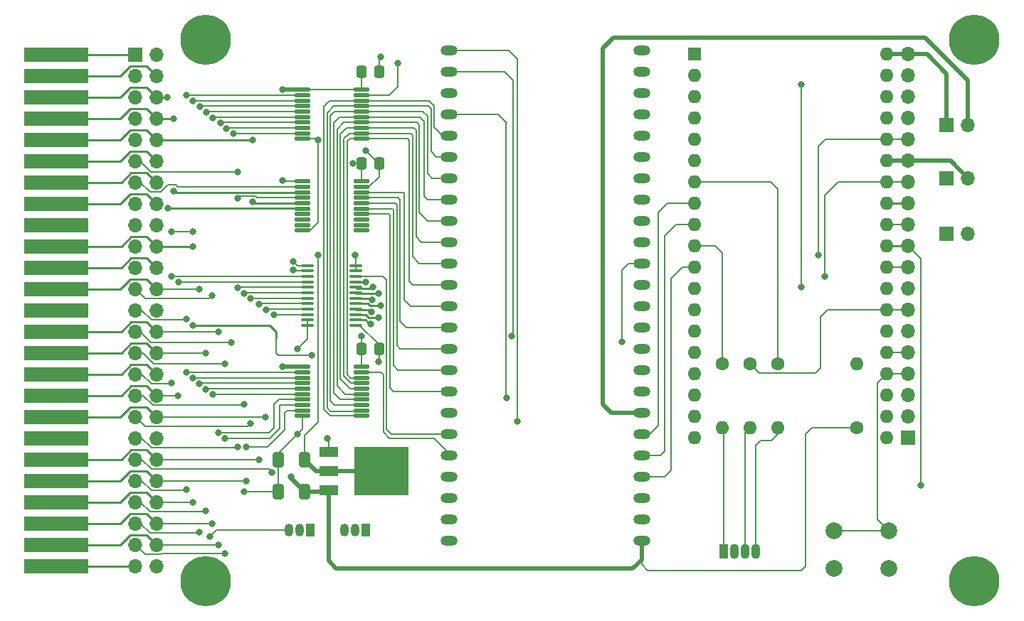
<source format=gbr>
%TF.GenerationSoftware,KiCad,Pcbnew,(6.0.7)*%
%TF.CreationDate,2022-08-24T05:19:48-07:00*%
%TF.ProjectId,TRS-IO-M1,5452532d-494f-42d4-9d31-2e6b69636164,rev?*%
%TF.SameCoordinates,Original*%
%TF.FileFunction,Copper,L1,Top*%
%TF.FilePolarity,Positive*%
%FSLAX46Y46*%
G04 Gerber Fmt 4.6, Leading zero omitted, Abs format (unit mm)*
G04 Created by KiCad (PCBNEW (6.0.7)) date 2022-08-24 05:19:48*
%MOMM*%
%LPD*%
G01*
G04 APERTURE LIST*
G04 Aperture macros list*
%AMRoundRect*
0 Rectangle with rounded corners*
0 $1 Rounding radius*
0 $2 $3 $4 $5 $6 $7 $8 $9 X,Y pos of 4 corners*
0 Add a 4 corners polygon primitive as box body*
4,1,4,$2,$3,$4,$5,$6,$7,$8,$9,$2,$3,0*
0 Add four circle primitives for the rounded corners*
1,1,$1+$1,$2,$3*
1,1,$1+$1,$4,$5*
1,1,$1+$1,$6,$7*
1,1,$1+$1,$8,$9*
0 Add four rect primitives between the rounded corners*
20,1,$1+$1,$2,$3,$4,$5,0*
20,1,$1+$1,$4,$5,$6,$7,0*
20,1,$1+$1,$6,$7,$8,$9,0*
20,1,$1+$1,$8,$9,$2,$3,0*%
G04 Aperture macros list end*
%TA.AperFunction,ComponentPad*%
%ADD10R,1.700000X1.700000*%
%TD*%
%TA.AperFunction,ComponentPad*%
%ADD11O,1.700000X1.700000*%
%TD*%
%TA.AperFunction,ComponentPad*%
%ADD12C,6.000000*%
%TD*%
%TA.AperFunction,ComponentPad*%
%ADD13C,0.800000*%
%TD*%
%TA.AperFunction,ComponentPad*%
%ADD14C,1.600000*%
%TD*%
%TA.AperFunction,ComponentPad*%
%ADD15O,1.600000X1.600000*%
%TD*%
%TA.AperFunction,SMDPad,CuDef*%
%ADD16RoundRect,0.250000X-0.337500X-0.475000X0.337500X-0.475000X0.337500X0.475000X-0.337500X0.475000X0*%
%TD*%
%TA.AperFunction,ComponentPad*%
%ADD17O,2.000000X1.200000*%
%TD*%
%TA.AperFunction,SMDPad,CuDef*%
%ADD18RoundRect,0.100000X-0.637500X-0.100000X0.637500X-0.100000X0.637500X0.100000X-0.637500X0.100000X0*%
%TD*%
%TA.AperFunction,ComponentPad*%
%ADD19R,1.050000X1.500000*%
%TD*%
%TA.AperFunction,ComponentPad*%
%ADD20O,1.050000X1.500000*%
%TD*%
%TA.AperFunction,SMDPad,CuDef*%
%ADD21R,2.200000X1.200000*%
%TD*%
%TA.AperFunction,SMDPad,CuDef*%
%ADD22R,6.400000X5.800000*%
%TD*%
%TA.AperFunction,ComponentPad*%
%ADD23R,1.600000X1.600000*%
%TD*%
%TA.AperFunction,ConnectorPad*%
%ADD24R,7.620000X1.778000*%
%TD*%
%TA.AperFunction,SMDPad,CuDef*%
%ADD25RoundRect,0.250000X0.412500X0.650000X-0.412500X0.650000X-0.412500X-0.650000X0.412500X-0.650000X0*%
%TD*%
%TA.AperFunction,SMDPad,CuDef*%
%ADD26RoundRect,0.125000X-0.825000X-0.125000X0.825000X-0.125000X0.825000X0.125000X-0.825000X0.125000X0*%
%TD*%
%TA.AperFunction,ComponentPad*%
%ADD27R,1.070000X1.800000*%
%TD*%
%TA.AperFunction,ComponentPad*%
%ADD28O,1.070000X1.800000*%
%TD*%
%TA.AperFunction,ComponentPad*%
%ADD29C,2.000000*%
%TD*%
%TA.AperFunction,ViaPad*%
%ADD30C,0.800000*%
%TD*%
%TA.AperFunction,Conductor*%
%ADD31C,0.500380*%
%TD*%
%TA.AperFunction,Conductor*%
%ADD32C,0.200000*%
%TD*%
%TA.AperFunction,Conductor*%
%ADD33C,0.250000*%
%TD*%
G04 APERTURE END LIST*
D10*
%TO.P,J6,1,Pin_1*%
%TO.N,unconnected-(J6-Pad1)*%
X208280000Y-108400000D03*
D11*
%TO.P,J6,2,Pin_2*%
%TO.N,unconnected-(J6-Pad2)*%
X208280000Y-105860000D03*
%TO.P,J6,3,Pin_3*%
%TO.N,unconnected-(J6-Pad3)*%
X208280000Y-103320000D03*
%TO.P,J6,4,Pin_4*%
%TO.N,BUTTON*%
X208280000Y-100780000D03*
%TO.P,J6,5,Pin_5*%
%TO.N,REQ*%
X208280000Y-98240000D03*
%TO.P,J6,6,Pin_6*%
%TO.N,unconnected-(J6-Pad6)*%
X208280000Y-95700000D03*
%TO.P,J6,7,Pin_7*%
%TO.N,LED_BLUE*%
X208280000Y-93160000D03*
%TO.P,J6,8,Pin_8*%
%TO.N,FULL_ADDR*%
X208280000Y-90620000D03*
%TO.P,J6,9,Pin_9*%
%TO.N,SCK*%
X208280000Y-88080000D03*
%TO.P,J6,10,Pin_10*%
%TO.N,CS_FPGA*%
X208280000Y-85540000D03*
%TO.P,J6,11,Pin_11*%
%TO.N,DONE*%
X208280000Y-83000000D03*
%TO.P,J6,12,Pin_12*%
%TO.N,AA2_10*%
X208280000Y-80460000D03*
%TO.P,J6,13,Pin_13*%
%TO.N,AA0_9*%
X208280000Y-77920000D03*
%TO.P,J6,14,Pin_14*%
%TO.N,GND*%
X208280000Y-75380000D03*
%TO.P,J6,15,Pin_15*%
%TO.N,AA1_8*%
X208280000Y-72840000D03*
%TO.P,J6,16,Pin_16*%
%TO.N,unconnected-(J6-Pad16)*%
X208280000Y-70300000D03*
%TO.P,J6,17,Pin_17*%
%TO.N,unconnected-(J6-Pad17)*%
X208280000Y-67760000D03*
%TO.P,J6,18,Pin_18*%
%TO.N,unconnected-(J6-Pad18)*%
X208280000Y-65220000D03*
%TO.P,J6,19,Pin_19*%
%TO.N,+5V*%
X208280000Y-62680000D03*
%TD*%
D12*
%TO.P,H1,1*%
%TO.N,N/C*%
X124714000Y-60960000D03*
D13*
X126304990Y-62550990D03*
X123123010Y-59369010D03*
X126964000Y-60960000D03*
X124714000Y-58710000D03*
X122464000Y-60960000D03*
X124714000Y-63210000D03*
X126304990Y-59369010D03*
X123123010Y-62550990D03*
%TD*%
%TO.P,H2,1*%
%TO.N,N/C*%
X217744990Y-62550990D03*
X218404000Y-60960000D03*
D12*
X216154000Y-60960000D03*
D13*
X213904000Y-60960000D03*
X214563010Y-62550990D03*
X214563010Y-59369010D03*
X217744990Y-59369010D03*
X216154000Y-63210000D03*
X216154000Y-58710000D03*
%TD*%
%TO.P,H3,1*%
%TO.N,N/C*%
X126964000Y-125476000D03*
X124714000Y-127726000D03*
X126304990Y-123885010D03*
X123123010Y-127066990D03*
D12*
X124714000Y-125476000D03*
D13*
X122464000Y-125476000D03*
X124714000Y-123226000D03*
X126304990Y-127066990D03*
X123123010Y-123885010D03*
%TD*%
%TO.P,H4,1*%
%TO.N,N/C*%
X217744990Y-123885010D03*
X213904000Y-125476000D03*
X217744990Y-127066990D03*
X216154000Y-127726000D03*
X214563010Y-123885010D03*
X218404000Y-125476000D03*
X216154000Y-123226000D03*
X214563010Y-127066990D03*
D12*
X216154000Y-125476000D03*
%TD*%
D14*
%TO.P,R1,1*%
%TO.N,LED_RED*%
X186182000Y-99568000D03*
D15*
%TO.P,R1,2*%
%TO.N,Net-(D1-Pad1)*%
X186182000Y-107188000D03*
%TD*%
D14*
%TO.P,R2,1*%
%TO.N,LED_GREEN*%
X192786000Y-99568000D03*
D15*
%TO.P,R2,2*%
%TO.N,Net-(D1-Pad4)*%
X192786000Y-107188000D03*
%TD*%
D16*
%TO.P,C2,1*%
%TO.N,+3V3*%
X143234500Y-75692000D03*
%TO.P,C2,2*%
%TO.N,GND*%
X145309500Y-75692000D03*
%TD*%
D17*
%TO.P,U5,1,Pad_38*%
%TO.N,CS_SD_CARD*%
X153650000Y-62230000D03*
%TO.P,U5,2,Pad_37*%
%TO.N,MOSI*%
X153650000Y-64770000D03*
%TO.P,U5,3,Pad_36*%
%TO.N,SCK*%
X153650000Y-67310000D03*
%TO.P,U5,4,Pad_39*%
%TO.N,MISO*%
X153650000Y-69850000D03*
%TO.P,U5,5,Pad_25*%
%TO.N,AA2_10*%
X153650000Y-72390000D03*
%TO.P,U5,6,Pad_26*%
%TO.N,AA6_12*%
X153650000Y-74930000D03*
%TO.P,U5,7,Pad_27*%
%TO.N,AA7_13*%
X153650000Y-77470000D03*
%TO.P,U5,8,Pad_28*%
%TO.N,AA5_15*%
X153650000Y-80010000D03*
%TO.P,U5,9,Pad_29*%
%TO.N,AA3_11*%
X153650000Y-82550000D03*
%TO.P,U5,10,Pad_30*%
%TO.N,AA4_14*%
X153650000Y-85090000D03*
%TO.P,U5,11,Pad_33*%
%TO.N,AA1_8*%
X153650000Y-87630000D03*
%TO.P,U5,12,Pad_34*%
%TO.N,AA0_9*%
X153650000Y-90170000D03*
%TO.P,U5,13,Pad_40*%
%TO.N,Z80_IOREQ_N*%
X153650000Y-92710000D03*
%TO.P,U5,14,Pad_35*%
%TO.N,Z80_MREQ_N*%
X153650000Y-95250000D03*
%TO.P,U5,15,Pad_41*%
%TO.N,Z80_WR_N*%
X153650000Y-97790000D03*
%TO.P,U5,16,Pad_42*%
%TO.N,Z80_RD_N*%
X153650000Y-100330000D03*
%TO.P,U5,17,Pad_51*%
%TO.N,Z80_M1_N*%
X153650000Y-102870000D03*
%TO.P,U5,18,Pad_53*%
%TO.N,READ_N*%
X153650000Y-105410000D03*
%TO.P,U5,19,Pad_54*%
%TO.N,DBUS_SEL_N*%
X153650000Y-107950000D03*
%TO.P,U5,20,Pad_55*%
%TO.N,A0_MUX*%
X153650000Y-110490000D03*
%TO.P,U5,21,Pad_56*%
%TO.N,INT*%
X153650000Y-113030000D03*
%TO.P,U5,22,Pad_57*%
%TO.N,WAIT*%
X153650000Y-115570000D03*
%TO.P,U5,23,Pad_68*%
%TO.N,unconnected-(U5-Pad23)*%
X153650000Y-118110000D03*
%TO.P,U5,24,Pad_69*%
%TO.N,unconnected-(U5-Pad24)*%
X153650000Y-120650000D03*
%TO.P,U5,25,3V3*%
%TO.N,+3V3*%
X176550000Y-120650000D03*
%TO.P,U5,26,GND*%
%TO.N,GND*%
X176550000Y-118110000D03*
%TO.P,U5,27,Pad_32*%
%TO.N,CS_FPGA*%
X176550000Y-115570000D03*
%TO.P,U5,28,Pad_31*%
%TO.N,ESP_S2*%
X176550000Y-113030000D03*
%TO.P,U5,29,Pad_49*%
%TO.N,ESP_S1*%
X176550000Y-110490000D03*
%TO.P,U5,30,Pad_48*%
%TO.N,ESP_S0*%
X176550000Y-107950000D03*
%TO.P,U5,31,5V*%
%TO.N,VU*%
X176550000Y-105410000D03*
%TO.P,U5,32,Pad_70*%
%TO.N,unconnected-(U5-Pad32)*%
X176550000Y-102870000D03*
%TO.P,U5,33,Pad_71*%
%TO.N,unconnected-(U5-Pad33)*%
X176550000Y-100330000D03*
%TO.P,U5,34,Pad_72*%
%TO.N,unconnected-(U5-Pad34)*%
X176550000Y-97790000D03*
%TO.P,U5,35,Pad_73*%
%TO.N,unconnected-(U5-Pad35)*%
X176550000Y-95250000D03*
%TO.P,U5,36,Pad_74*%
%TO.N,unconnected-(U5-Pad36)*%
X176550000Y-92710000D03*
%TO.P,U5,37,Pad_75*%
%TO.N,unconnected-(U5-Pad37)*%
X176550000Y-90170000D03*
%TO.P,U5,38,Pad_76*%
%TO.N,REQ*%
X176550000Y-87630000D03*
%TO.P,U5,39,Pad_77*%
%TO.N,DONE*%
X176550000Y-85090000D03*
%TO.P,U5,40,Pad_79*%
%TO.N,DD2*%
X176550000Y-82550000D03*
%TO.P,U5,41,Pad_80*%
%TO.N,DD0*%
X176550000Y-80010000D03*
%TO.P,U5,42,Pad_81*%
%TO.N,DD5*%
X176550000Y-77470000D03*
%TO.P,U5,43,Pad_82*%
%TO.N,DD3*%
X176550000Y-74930000D03*
%TO.P,U5,44,Pad_83*%
%TO.N,DD6*%
X176550000Y-72390000D03*
%TO.P,U5,45,Pad_84*%
%TO.N,DD1*%
X176550000Y-69850000D03*
%TO.P,U5,46,Pad_85*%
%TO.N,DD7*%
X176550000Y-67310000D03*
%TO.P,U5,47,Pad_86*%
%TO.N,DD4*%
X176550000Y-64770000D03*
%TO.P,U5,48,Pad_63*%
%TO.N,A1_MUX*%
X176550000Y-62230000D03*
%TD*%
D18*
%TO.P,U1,1,VCCA*%
%TO.N,+3V3*%
X136837500Y-87865000D03*
%TO.P,U1,2,DIR*%
%TO.N,READ_N*%
X136837500Y-88515000D03*
%TO.P,U1,3,A1*%
%TO.N,D4*%
X136837500Y-89165000D03*
%TO.P,U1,4,A2*%
%TO.N,D7*%
X136837500Y-89815000D03*
%TO.P,U1,5,A3*%
%TO.N,D1*%
X136837500Y-90465000D03*
%TO.P,U1,6,A4*%
%TO.N,D6*%
X136837500Y-91115000D03*
%TO.P,U1,7,A5*%
%TO.N,D3*%
X136837500Y-91765000D03*
%TO.P,U1,8,A6*%
%TO.N,D5*%
X136837500Y-92415000D03*
%TO.P,U1,9,A7*%
%TO.N,D0*%
X136837500Y-93065000D03*
%TO.P,U1,10,A8*%
%TO.N,D2*%
X136837500Y-93715000D03*
%TO.P,U1,11,GND*%
%TO.N,GND*%
X136837500Y-94365000D03*
%TO.P,U1,12,GND*%
X136837500Y-95015000D03*
%TO.P,U1,13,GND*%
X142562500Y-95015000D03*
%TO.P,U1,14,B8*%
%TO.N,DD2*%
X142562500Y-94365000D03*
%TO.P,U1,15,B7*%
%TO.N,DD0*%
X142562500Y-93715000D03*
%TO.P,U1,16,B6*%
%TO.N,DD5*%
X142562500Y-93065000D03*
%TO.P,U1,17,B5*%
%TO.N,DD3*%
X142562500Y-92415000D03*
%TO.P,U1,18,B4*%
%TO.N,DD6*%
X142562500Y-91765000D03*
%TO.P,U1,19,B3*%
%TO.N,DD1*%
X142562500Y-91115000D03*
%TO.P,U1,20,B2*%
%TO.N,DD7*%
X142562500Y-90465000D03*
%TO.P,U1,21,B1*%
%TO.N,DD4*%
X142562500Y-89815000D03*
%TO.P,U1,22,OEn*%
%TO.N,DBUS_SEL_N*%
X142562500Y-89165000D03*
%TO.P,U1,23,VCCB*%
%TO.N,+1V8*%
X142562500Y-88515000D03*
%TO.P,U1,24,VCCB*%
X142562500Y-87865000D03*
%TD*%
D16*
%TO.P,C1,1*%
%TO.N,+3V3*%
X143234500Y-64770000D03*
%TO.P,C1,2*%
%TO.N,GND*%
X145309500Y-64770000D03*
%TD*%
D19*
%TO.P,Q2,1,S*%
%TO.N,GND*%
X143764000Y-119380000D03*
D20*
%TO.P,Q2,2,G*%
%TO.N,INT*%
X142494000Y-119380000D03*
%TO.P,Q2,3,D*%
%TO.N,INT_N*%
X141224000Y-119380000D03*
%TD*%
D10*
%TO.P,J4,1,Pin_1*%
%TO.N,+5V*%
X212852000Y-71120000D03*
D11*
%TO.P,J4,2,Pin_2*%
%TO.N,VU*%
X215392000Y-71120000D03*
%TD*%
D21*
%TO.P,U8,1,GND*%
%TO.N,GND*%
X139310000Y-110115000D03*
D22*
%TO.P,U8,2,VO*%
%TO.N,+1V8*%
X145610000Y-112395000D03*
D21*
X139310000Y-112395000D03*
%TO.P,U8,3,VI*%
%TO.N,+3V3*%
X139310000Y-114675000D03*
%TD*%
D23*
%TO.P,U6,1,GPIO6*%
%TO.N,unconnected-(U6-Pad1)*%
X182880000Y-62645000D03*
D15*
%TO.P,U6,2,GPIO7*%
%TO.N,unconnected-(U6-Pad2)*%
X182880000Y-65185000D03*
%TO.P,U6,3,GPIO8*%
%TO.N,unconnected-(U6-Pad3)*%
X182880000Y-67725000D03*
%TO.P,U6,4,GPIO15*%
%TO.N,AA3_11*%
X182880000Y-70265000D03*
%TO.P,U6,5,GPIO2*%
%TO.N,unconnected-(U6-Pad5)*%
X182880000Y-72805000D03*
%TO.P,U6,6,GPIO0*%
%TO.N,unconnected-(U6-Pad6)*%
X182880000Y-75345000D03*
%TO.P,U6,7,GPIO4*%
%TO.N,LED_GREEN*%
X182880000Y-77885000D03*
%TO.P,U6,8,GPIO16*%
%TO.N,ESP_S0*%
X182880000Y-80425000D03*
%TO.P,U6,9,GPIO17*%
%TO.N,ESP_S1*%
X182880000Y-82965000D03*
%TO.P,U6,10,GPIO5*%
%TO.N,LED_RED*%
X182880000Y-85505000D03*
%TO.P,U6,11,GPIO18*%
%TO.N,ESP_S2*%
X182880000Y-88045000D03*
%TO.P,U6,12,GPIO19*%
%TO.N,EI*%
X182880000Y-90585000D03*
%TO.P,U6,13,GND*%
%TO.N,GND*%
X182880000Y-93125000D03*
%TO.P,U6,14,GPIO21*%
%TO.N,MOSI*%
X182880000Y-95665000D03*
%TO.P,U6,15,GPIO3*%
%TO.N,unconnected-(U6-Pad15)*%
X182880000Y-98205000D03*
%TO.P,U6,16,GPIO1*%
%TO.N,unconnected-(U6-Pad16)*%
X182880000Y-100745000D03*
%TO.P,U6,17,GPIO22*%
%TO.N,MISO*%
X182880000Y-103285000D03*
%TO.P,U6,18,GPIO23*%
%TO.N,CS_SD_CARD*%
X182880000Y-105825000D03*
%TO.P,U6,19,GND*%
%TO.N,GND*%
X182880000Y-108365000D03*
%TO.P,U6,20,3V3*%
%TO.N,unconnected-(U6-Pad20)*%
X205740000Y-108365000D03*
%TO.P,U6,21,RESET*%
%TO.N,unconnected-(U6-Pad21)*%
X205740000Y-105825000D03*
%TO.P,U6,22,GPIO36*%
%TO.N,unconnected-(U6-Pad22)*%
X205740000Y-103285000D03*
%TO.P,U6,23,GPIO39*%
%TO.N,BUTTON*%
X205740000Y-100745000D03*
%TO.P,U6,24,GPIO34*%
%TO.N,REQ*%
X205740000Y-98205000D03*
%TO.P,U6,25,GPIO35*%
%TO.N,unconnected-(U6-Pad25)*%
X205740000Y-95665000D03*
%TO.P,U6,26,GPIO32*%
%TO.N,LED_BLUE*%
X205740000Y-93125000D03*
%TO.P,U6,27,GPIO33*%
%TO.N,FULL_ADDR*%
X205740000Y-90585000D03*
%TO.P,U6,28,GPIO25*%
%TO.N,SCK*%
X205740000Y-88045000D03*
%TO.P,U6,29,GPIO26*%
%TO.N,CS_FPGA*%
X205740000Y-85505000D03*
%TO.P,U6,30,GPIO27*%
%TO.N,DONE*%
X205740000Y-82965000D03*
%TO.P,U6,31,GPIO14*%
%TO.N,AA2_10*%
X205740000Y-80425000D03*
%TO.P,U6,32,GPIO12*%
%TO.N,AA0_9*%
X205740000Y-77885000D03*
%TO.P,U6,33,GND*%
%TO.N,GND*%
X205740000Y-75345000D03*
%TO.P,U6,34,GPIO13*%
%TO.N,AA1_8*%
X205740000Y-72805000D03*
%TO.P,U6,35,GPIO9*%
%TO.N,unconnected-(U6-Pad35)*%
X205740000Y-70265000D03*
%TO.P,U6,36,GPIO10*%
%TO.N,unconnected-(U6-Pad36)*%
X205740000Y-67725000D03*
%TO.P,U6,37,GPIO11*%
%TO.N,unconnected-(U6-Pad37)*%
X205740000Y-65185000D03*
%TO.P,U6,38,5V*%
%TO.N,+5V*%
X205740000Y-62708500D03*
%TD*%
D14*
%TO.P,R4,1*%
%TO.N,+3V3*%
X202184000Y-107188000D03*
D15*
%TO.P,R4,2*%
%TO.N,BUTTON*%
X202184000Y-99568000D03*
%TD*%
D24*
%TO.P,J1,1,Pin_1*%
%TO.N,GND*%
X106934000Y-123698000D03*
%TO.P,J1,3,Pin_3*%
%TO.N,A7*%
X106934000Y-121158000D03*
%TO.P,J1,5,Pin_5*%
%TO.N,A5*%
X106934000Y-118618000D03*
%TO.P,J1,7,Pin_7*%
%TO.N,A1*%
X106934000Y-116078000D03*
%TO.P,J1,9,Pin_9*%
%TO.N,A2*%
X106934000Y-113538000D03*
%TO.P,J1,11,Pin_11*%
%TO.N,D5*%
X106934000Y-110998000D03*
%TO.P,J1,13,Pin_13*%
%TO.N,unconnected-(J1-Pad13)*%
X106934000Y-108458000D03*
%TO.P,J1,15,Pin_15*%
%TO.N,D0*%
X106934000Y-105918000D03*
%TO.P,J1,17,Pin_17*%
%TO.N,D7*%
X106934000Y-103378000D03*
%TO.P,J1,19,Pin_19*%
%TO.N,5V*%
X106934000Y-100838000D03*
%TO.P,J1,21,Pin_21*%
%TO.N,A15*%
X106934000Y-98298000D03*
%TO.P,J1,23,Pin_23*%
%TO.N,A14*%
X106934000Y-95758000D03*
%TO.P,J1,25,Pin_25*%
%TO.N,unconnected-(J1-Pad25)*%
X106934000Y-93218000D03*
%TO.P,J1,27,Pin_27*%
%TO.N,A13*%
X106934000Y-90678000D03*
%TO.P,J1,29,Pin_29*%
%TO.N,A12*%
X106934000Y-88138000D03*
%TO.P,J1,31,Pin_31*%
%TO.N,INT_N*%
X106934000Y-85598000D03*
%TO.P,J1,33,Pin_33*%
%TO.N,unconnected-(J1-Pad33)*%
X106934000Y-83058000D03*
%TO.P,J1,35,Pin_35*%
%TO.N,PHANTOM*%
X106934000Y-80518000D03*
%TO.P,J1,37,Pin_37*%
%TO.N,WAIT_N*%
X106934000Y-77978000D03*
%TO.P,J1,39,Pin_39*%
%TO.N,PHOLD*%
X106934000Y-75438000D03*
%TO.P,J1,41,Pin_41*%
%TO.N,RD_N*%
X106934000Y-72898000D03*
%TO.P,J1,43,Pin_43*%
%TO.N,MREQ_N*%
X106934000Y-70358000D03*
%TO.P,J1,45,Pin_45*%
%TO.N,M1_N*%
X106934000Y-67818000D03*
%TO.P,J1,47,Pin_47*%
%TO.N,RFSH*%
X106934000Y-65278000D03*
%TO.P,J1,49,Pin_49*%
%TO.N,GND*%
X106934000Y-62738000D03*
%TD*%
D10*
%TO.P,J5,1,Pin_1*%
%TO.N,FULL_ADDR*%
X212847000Y-84074000D03*
D11*
%TO.P,J5,2,Pin_2*%
%TO.N,GND*%
X215387000Y-84074000D03*
%TD*%
D16*
%TO.P,C3,1*%
%TO.N,+3V3*%
X143234500Y-97790000D03*
%TO.P,C3,2*%
%TO.N,GND*%
X145309500Y-97790000D03*
%TD*%
D10*
%TO.P,J3,1,Pin_1*%
%TO.N,EI*%
X212852000Y-77470000D03*
D11*
%TO.P,J3,2,Pin_2*%
%TO.N,GND*%
X215392000Y-77470000D03*
%TD*%
D25*
%TO.P,C4,1*%
%TO.N,+1V8*%
X136436500Y-110998000D03*
%TO.P,C4,2*%
%TO.N,GND*%
X133311500Y-110998000D03*
%TD*%
D14*
%TO.P,R3,1*%
%TO.N,LED_BLUE*%
X189484000Y-99568000D03*
D15*
%TO.P,R3,2*%
%TO.N,Net-(D1-Pad3)*%
X189484000Y-107188000D03*
%TD*%
D26*
%TO.P,U2,1,A->B*%
%TO.N,+3V3*%
X136200000Y-66925000D03*
%TO.P,U2,2,A0*%
%TO.N,A10*%
X136200000Y-67575000D03*
%TO.P,U2,3,A1*%
%TO.N,A12*%
X136200000Y-68225000D03*
%TO.P,U2,4,A2*%
%TO.N,A13*%
X136200000Y-68875000D03*
%TO.P,U2,5,A3*%
%TO.N,A15*%
X136200000Y-69525000D03*
%TO.P,U2,6,A4*%
%TO.N,A11*%
X136200000Y-70175000D03*
%TO.P,U2,7,A5*%
%TO.N,A14*%
X136200000Y-70825000D03*
%TO.P,U2,8,A6*%
%TO.N,A8*%
X136200000Y-71475000D03*
%TO.P,U2,9,A7*%
%TO.N,A9*%
X136200000Y-72125000D03*
%TO.P,U2,10,GND*%
%TO.N,GND*%
X136200000Y-72775000D03*
%TO.P,U2,11,B7*%
%TO.N,AA0_9*%
X143200000Y-72775000D03*
%TO.P,U2,12,B6*%
%TO.N,AA1_8*%
X143200000Y-72125000D03*
%TO.P,U2,13,B5*%
%TO.N,AA4_14*%
X143200000Y-71475000D03*
%TO.P,U2,14,B4*%
%TO.N,AA3_11*%
X143200000Y-70825000D03*
%TO.P,U2,15,B3*%
%TO.N,AA5_15*%
X143200000Y-70175000D03*
%TO.P,U2,16,B2*%
%TO.N,AA7_13*%
X143200000Y-69525000D03*
%TO.P,U2,17,B1*%
%TO.N,AA6_12*%
X143200000Y-68875000D03*
%TO.P,U2,18,B0*%
%TO.N,AA2_10*%
X143200000Y-68225000D03*
%TO.P,U2,19,CE*%
%TO.N,A1_MUX*%
X143200000Y-67575000D03*
%TO.P,U2,20,VCC*%
%TO.N,+3V3*%
X143200000Y-66925000D03*
%TD*%
D27*
%TO.P,D1,1,RA*%
%TO.N,Net-(D1-Pad1)*%
X186314000Y-121920000D03*
D28*
%TO.P,D1,2,K*%
%TO.N,GND*%
X187584000Y-121920000D03*
%TO.P,D1,3,BA*%
%TO.N,Net-(D1-Pad3)*%
X188854000Y-121920000D03*
%TO.P,D1,4,GA*%
%TO.N,Net-(D1-Pad4)*%
X190124000Y-121920000D03*
%TD*%
D26*
%TO.P,U3,1,A->B*%
%TO.N,+3V3*%
X136200000Y-99945000D03*
%TO.P,U3,2,A0*%
%TO.N,A0*%
X136200000Y-100595000D03*
%TO.P,U3,3,A1*%
%TO.N,A1*%
X136200000Y-101245000D03*
%TO.P,U3,4,A2*%
%TO.N,A4*%
X136200000Y-101895000D03*
%TO.P,U3,5,A3*%
%TO.N,A3*%
X136200000Y-102545000D03*
%TO.P,U3,6,A4*%
%TO.N,A5*%
X136200000Y-103195000D03*
%TO.P,U3,7,A5*%
%TO.N,A7*%
X136200000Y-103845000D03*
%TO.P,U3,8,A6*%
%TO.N,A6*%
X136200000Y-104495000D03*
%TO.P,U3,9,A7*%
%TO.N,A2*%
X136200000Y-105145000D03*
%TO.P,U3,10,GND*%
%TO.N,GND*%
X136200000Y-105795000D03*
%TO.P,U3,11,B7*%
%TO.N,AA2_10*%
X143200000Y-105795000D03*
%TO.P,U3,12,B6*%
%TO.N,AA6_12*%
X143200000Y-105145000D03*
%TO.P,U3,13,B5*%
%TO.N,AA7_13*%
X143200000Y-104495000D03*
%TO.P,U3,14,B4*%
%TO.N,AA5_15*%
X143200000Y-103845000D03*
%TO.P,U3,15,B3*%
%TO.N,AA3_11*%
X143200000Y-103195000D03*
%TO.P,U3,16,B2*%
%TO.N,AA4_14*%
X143200000Y-102545000D03*
%TO.P,U3,17,B1*%
%TO.N,AA1_8*%
X143200000Y-101895000D03*
%TO.P,U3,18,B0*%
%TO.N,AA0_9*%
X143200000Y-101245000D03*
%TO.P,U3,19,CE*%
%TO.N,A0_MUX*%
X143200000Y-100595000D03*
%TO.P,U3,20,VCC*%
%TO.N,+3V3*%
X143200000Y-99945000D03*
%TD*%
D19*
%TO.P,Q1,1,S*%
%TO.N,GND*%
X137160000Y-119380000D03*
D20*
%TO.P,Q1,2,G*%
%TO.N,WAIT*%
X135890000Y-119380000D03*
%TO.P,Q1,3,D*%
%TO.N,WAIT_N*%
X134620000Y-119380000D03*
%TD*%
D11*
%TO.P,J2,1,Pin_1*%
%TO.N,GND*%
X118867000Y-123703000D03*
%TO.P,J2,2,Pin_2*%
X116327000Y-123703000D03*
%TO.P,J2,3,Pin_3*%
%TO.N,A7*%
X118867000Y-121163000D03*
%TO.P,J2,4,Pin_4*%
%TO.N,A6*%
X116327000Y-121163000D03*
%TO.P,J2,5,Pin_5*%
%TO.N,A5*%
X118867000Y-118623000D03*
%TO.P,J2,6,Pin_6*%
%TO.N,A4*%
X116327000Y-118623000D03*
%TO.P,J2,7,Pin_7*%
%TO.N,A1*%
X118867000Y-116083000D03*
%TO.P,J2,8,Pin_8*%
%TO.N,A3*%
X116327000Y-116083000D03*
%TO.P,J2,9,Pin_9*%
%TO.N,A2*%
X118867000Y-113543000D03*
%TO.P,J2,10,Pin_10*%
%TO.N,A0*%
X116327000Y-113543000D03*
%TO.P,J2,11,Pin_11*%
%TO.N,D5*%
X118867000Y-111003000D03*
%TO.P,J2,12,Pin_12*%
%TO.N,D2*%
X116327000Y-111003000D03*
%TO.P,J2,13,Pin_13*%
%TO.N,unconnected-(J2-Pad13)*%
X118867000Y-108463000D03*
%TO.P,J2,14,Pin_14*%
%TO.N,D1*%
X116327000Y-108463000D03*
%TO.P,J2,15,Pin_15*%
%TO.N,D0*%
X118867000Y-105923000D03*
%TO.P,J2,16,Pin_16*%
%TO.N,D3*%
X116327000Y-105923000D03*
%TO.P,J2,17,Pin_17*%
%TO.N,D7*%
X118867000Y-103383000D03*
%TO.P,J2,18,Pin_18*%
%TO.N,D6*%
X116327000Y-103383000D03*
%TO.P,J2,19,Pin_19*%
%TO.N,5V*%
X118867000Y-100843000D03*
%TO.P,J2,20,Pin_20*%
%TO.N,D4*%
X116327000Y-100843000D03*
%TO.P,J2,21,Pin_21*%
%TO.N,A15*%
X118867000Y-98303000D03*
%TO.P,J2,22,Pin_22*%
%TO.N,A8*%
X116327000Y-98303000D03*
%TO.P,J2,23,Pin_23*%
%TO.N,A14*%
X118867000Y-95763000D03*
%TO.P,J2,24,Pin_24*%
%TO.N,A9*%
X116327000Y-95763000D03*
%TO.P,J2,25,Pin_25*%
%TO.N,unconnected-(J2-Pad25)*%
X118867000Y-93223000D03*
%TO.P,J2,26,Pin_26*%
%TO.N,A10*%
X116327000Y-93223000D03*
%TO.P,J2,27,Pin_27*%
%TO.N,A13*%
X118867000Y-90683000D03*
%TO.P,J2,28,Pin_28*%
%TO.N,A11*%
X116327000Y-90683000D03*
%TO.P,J2,29,Pin_29*%
%TO.N,A12*%
X118867000Y-88143000D03*
%TO.P,J2,30,Pin_30*%
%TO.N,PHI*%
X116327000Y-88143000D03*
%TO.P,J2,31,Pin_31*%
%TO.N,INT_N*%
X118867000Y-85603000D03*
%TO.P,J2,32,Pin_32*%
%TO.N,unconnected-(J2-Pad32)*%
X116327000Y-85603000D03*
%TO.P,J2,33,Pin_33*%
%TO.N,unconnected-(J2-Pad33)*%
X118867000Y-83063000D03*
%TO.P,J2,34,Pin_34*%
%TO.N,PHLDA*%
X116327000Y-83063000D03*
%TO.P,J2,35,Pin_35*%
%TO.N,PHANTOM*%
X118867000Y-80523000D03*
%TO.P,J2,36,Pin_36*%
%TO.N,HALT*%
X116327000Y-80523000D03*
%TO.P,J2,37,Pin_37*%
%TO.N,WAIT_N*%
X118867000Y-77983000D03*
%TO.P,J2,38,Pin_38*%
%TO.N,IORQ_N*%
X116327000Y-77983000D03*
%TO.P,J2,39,Pin_39*%
%TO.N,PHOLD*%
X118867000Y-75443000D03*
%TO.P,J2,40,Pin_40*%
%TO.N,WR_N*%
X116327000Y-75443000D03*
%TO.P,J2,41,Pin_41*%
%TO.N,RD_N*%
X118867000Y-72903000D03*
%TO.P,J2,42,Pin_42*%
%TO.N,CCDBS*%
X116327000Y-72903000D03*
%TO.P,J2,43,Pin_43*%
%TO.N,MREQ_N*%
X118867000Y-70363000D03*
%TO.P,J2,44,Pin_44*%
%TO.N,DODBS*%
X116327000Y-70363000D03*
%TO.P,J2,45,Pin_45*%
%TO.N,M1_N*%
X118867000Y-67823000D03*
%TO.P,J2,46,Pin_46*%
%TO.N,RESET*%
X116327000Y-67823000D03*
%TO.P,J2,47,Pin_47*%
%TO.N,RFSH*%
X118867000Y-65283000D03*
%TO.P,J2,48,Pin_48*%
%TO.N,NMI*%
X116327000Y-65283000D03*
%TO.P,J2,49,Pin_49*%
%TO.N,GND*%
X118867000Y-62743000D03*
D10*
%TO.P,J2,50,Pin_50*%
X116327000Y-62743000D03*
%TD*%
D29*
%TO.P,SW1,1,1*%
%TO.N,GND*%
X205994000Y-123952000D03*
X199494000Y-123952000D03*
%TO.P,SW1,2,2*%
%TO.N,BUTTON*%
X205994000Y-119452000D03*
X199494000Y-119452000D03*
%TD*%
D26*
%TO.P,U4,1,A->B*%
%TO.N,+3V3*%
X136200000Y-77847000D03*
%TO.P,U4,2,A0*%
%TO.N,IORQ_N*%
X136200000Y-78497000D03*
%TO.P,U4,3,A1*%
%TO.N,MREQ_N*%
X136200000Y-79147000D03*
%TO.P,U4,4,A2*%
%TO.N,WR_N*%
X136200000Y-79797000D03*
%TO.P,U4,5,A3*%
%TO.N,RD_N*%
X136200000Y-80447000D03*
%TO.P,U4,6,A4*%
%TO.N,M1_N*%
X136200000Y-81097000D03*
%TO.P,U4,7,A5*%
%TO.N,unconnected-(U4-Pad7)*%
X136200000Y-81747000D03*
%TO.P,U4,8,A6*%
%TO.N,unconnected-(U4-Pad8)*%
X136200000Y-82397000D03*
%TO.P,U4,9,A7*%
%TO.N,unconnected-(U4-Pad9)*%
X136200000Y-83047000D03*
%TO.P,U4,10,GND*%
%TO.N,GND*%
X136200000Y-83697000D03*
%TO.P,U4,11,B7*%
%TO.N,unconnected-(U4-Pad11)*%
X143200000Y-83697000D03*
%TO.P,U4,12,B6*%
%TO.N,unconnected-(U4-Pad12)*%
X143200000Y-83047000D03*
%TO.P,U4,13,B5*%
%TO.N,unconnected-(U4-Pad13)*%
X143200000Y-82397000D03*
%TO.P,U4,14,B4*%
%TO.N,Z80_M1_N*%
X143200000Y-81747000D03*
%TO.P,U4,15,B3*%
%TO.N,Z80_RD_N*%
X143200000Y-81097000D03*
%TO.P,U4,16,B2*%
%TO.N,Z80_WR_N*%
X143200000Y-80447000D03*
%TO.P,U4,17,B1*%
%TO.N,Z80_MREQ_N*%
X143200000Y-79797000D03*
%TO.P,U4,18,B0*%
%TO.N,Z80_IOREQ_N*%
X143200000Y-79147000D03*
%TO.P,U4,19,CE*%
%TO.N,GND*%
X143200000Y-78497000D03*
%TO.P,U4,20,VCC*%
%TO.N,+3V3*%
X143200000Y-77847000D03*
%TD*%
D25*
%TO.P,C5,1*%
%TO.N,+3V3*%
X136436500Y-114808000D03*
%TO.P,C5,2*%
%TO.N,GND*%
X133311500Y-114808000D03*
%TD*%
D30*
%TO.N,CS_FPGA*%
X209804000Y-114046000D03*
%TO.N,GND*%
X129286000Y-114808000D03*
X145542000Y-62992000D03*
X143764000Y-74168000D03*
X135636000Y-97790000D03*
X145288000Y-99314000D03*
X138029346Y-72898000D03*
X135636000Y-107950000D03*
X139192000Y-108458000D03*
%TO.N,+3V3*%
X143256000Y-96266000D03*
X133858000Y-77724000D03*
X133858000Y-66875500D03*
X135128000Y-87376000D03*
X142240000Y-75692000D03*
X133858000Y-99895500D03*
X134874000Y-113030000D03*
%TO.N,A10*%
X122428000Y-94234000D03*
X122428000Y-67564000D03*
%TO.N,A12*%
X123190000Y-68274500D03*
X120650000Y-83820000D03*
X123190000Y-83820000D03*
%TO.N,A13*%
X124024131Y-68924500D03*
X123952000Y-90678000D03*
%TO.N,A15*%
X124714000Y-98298000D03*
X124743885Y-69618012D03*
%TO.N,A11*%
X125476000Y-91440000D03*
X125513586Y-70255637D03*
%TO.N,A14*%
X126428380Y-70874500D03*
X126238000Y-95758000D03*
%TO.N,A8*%
X127000000Y-99568000D03*
X127181017Y-71532179D03*
%TO.N,WR_N*%
X128524000Y-79871500D03*
X128524000Y-76708000D03*
%TO.N,RD_N*%
X130302000Y-80297020D03*
X130302000Y-72898000D03*
%TO.N,MREQ_N*%
X120866500Y-78994000D03*
X120866500Y-70358000D03*
%TO.N,A9*%
X127762000Y-97028000D03*
X128030050Y-72174500D03*
%TO.N,D4*%
X120650000Y-101854000D03*
X120650000Y-89154000D03*
%TO.N,M1_N*%
X120215367Y-81054944D03*
X120142000Y-67818000D03*
%TO.N,D7*%
X121412000Y-103378000D03*
X121481636Y-89864500D03*
%TO.N,INT_N*%
X137329846Y-98552000D03*
X123190000Y-85598000D03*
X123190000Y-94996000D03*
%TO.N,D1*%
X128461500Y-90514500D03*
X128524000Y-109474000D03*
%TO.N,D6*%
X129286000Y-104394000D03*
X129286000Y-91186000D03*
%TO.N,A0*%
X122428000Y-114554000D03*
X122428000Y-100584000D03*
%TO.N,D3*%
X130057064Y-91821976D03*
X130048000Y-106680000D03*
%TO.N,A1*%
X123190000Y-116078000D03*
X123190000Y-101294500D03*
%TO.N,D5*%
X131064000Y-110998000D03*
X131064000Y-92464500D03*
%TO.N,D0*%
X131826000Y-105918000D03*
X131899915Y-93114500D03*
%TO.N,A4*%
X123952000Y-119634000D03*
X123952000Y-101944500D03*
%TO.N,D2*%
X132588000Y-112522000D03*
X132842000Y-93764500D03*
%TO.N,WAIT_N*%
X125222000Y-120142000D03*
%TO.N,A3*%
X124714000Y-102616000D03*
X124714000Y-117094000D03*
%TO.N,A5*%
X125545636Y-103244500D03*
X125476000Y-118618000D03*
%TO.N,A7*%
X126175500Y-107772011D03*
X126238000Y-121158000D03*
%TO.N,A6*%
X127000000Y-122174000D03*
X126972336Y-108471511D03*
%TO.N,A2*%
X129540000Y-113538000D03*
X129540000Y-109474000D03*
%TO.N,+1V8*%
X138029346Y-86614000D03*
X142494000Y-86614000D03*
%TO.N,AA0_9*%
X198374000Y-89154000D03*
%TO.N,AA1_8*%
X197612000Y-86614000D03*
%TO.N,SCK*%
X195580000Y-66294000D03*
X195580000Y-90424000D03*
%TO.N,MOSI*%
X161098500Y-96266000D03*
%TO.N,READ_N*%
X135128000Y-88392000D03*
%TO.N,MISO*%
X160528000Y-103632000D03*
%TO.N,DD3*%
X145530420Y-92672479D03*
%TO.N,DD4*%
X143772003Y-89864500D03*
%TO.N,DD5*%
X144412084Y-93397000D03*
%TO.N,DD6*%
X144526000Y-91948000D03*
%TO.N,DD7*%
X144574660Y-90460108D03*
%TO.N,DD2*%
X144354955Y-94846000D03*
%TO.N,DD0*%
X145285880Y-94121500D03*
%TO.N,DD1*%
X145272704Y-91175468D03*
%TO.N,A1_MUX*%
X147574000Y-63754000D03*
%TO.N,CS_SD_CARD*%
X161798000Y-106426000D03*
%TO.N,REQ*%
X174244000Y-96965500D03*
%TD*%
D31*
%TO.N,GND*%
X208280000Y-75380000D02*
X213302000Y-75380000D01*
X213302000Y-75380000D02*
X215392000Y-77470000D01*
X205775000Y-75380000D02*
X205740000Y-75345000D01*
X208280000Y-75380000D02*
X205775000Y-75380000D01*
D32*
%TO.N,CS_FPGA*%
X209804000Y-114046000D02*
X209804000Y-87064000D01*
X209804000Y-87064000D02*
X208280000Y-85540000D01*
D31*
%TO.N,VU*%
X210312000Y-60706000D02*
X215392000Y-65786000D01*
X173228000Y-60706000D02*
X210312000Y-60706000D01*
X172974000Y-105410000D02*
X171958000Y-104394000D01*
X171958000Y-61976000D02*
X173228000Y-60706000D01*
X215392000Y-65786000D02*
X215392000Y-71120000D01*
X176550000Y-105410000D02*
X172974000Y-105410000D01*
X171958000Y-104394000D02*
X171958000Y-61976000D01*
%TO.N,+5V*%
X212852000Y-65024000D02*
X212852000Y-71120000D01*
X210508000Y-62680000D02*
X212852000Y-65024000D01*
X208280000Y-62680000D02*
X210508000Y-62680000D01*
X208251500Y-62708500D02*
X208280000Y-62680000D01*
X205740000Y-62708500D02*
X208251500Y-62708500D01*
D32*
%TO.N,AA1_8*%
X208245000Y-72805000D02*
X208280000Y-72840000D01*
X205740000Y-72805000D02*
X208245000Y-72805000D01*
%TO.N,AA0_9*%
X208245000Y-77885000D02*
X208280000Y-77920000D01*
X205740000Y-77885000D02*
X208245000Y-77885000D01*
D33*
%TO.N,AA2_10*%
X208245000Y-80425000D02*
X208280000Y-80460000D01*
X205740000Y-80425000D02*
X208245000Y-80425000D01*
%TO.N,CS_FPGA*%
X205740000Y-85505000D02*
X208245000Y-85505000D01*
X208245000Y-85505000D02*
X208280000Y-85540000D01*
D32*
%TO.N,DONE*%
X205740000Y-82965000D02*
X208245000Y-82965000D01*
X208245000Y-82965000D02*
X208280000Y-83000000D01*
%TO.N,SCK*%
X208245000Y-88045000D02*
X208280000Y-88080000D01*
X205740000Y-88045000D02*
X208245000Y-88045000D01*
%TO.N,LED_BLUE*%
X208245000Y-93125000D02*
X208280000Y-93160000D01*
X205740000Y-93125000D02*
X208245000Y-93125000D01*
%TO.N,REQ*%
X208245000Y-98205000D02*
X208280000Y-98240000D01*
X205740000Y-98205000D02*
X208245000Y-98205000D01*
%TO.N,BUTTON*%
X208245000Y-100745000D02*
X208280000Y-100780000D01*
X205740000Y-100745000D02*
X208245000Y-100745000D01*
%TO.N,GND*%
X133311500Y-110274500D02*
X133311500Y-110998000D01*
X135636000Y-107950000D02*
X133311500Y-110274500D01*
X136837500Y-94365000D02*
X136837500Y-95015000D01*
X145309500Y-77287861D02*
X144100361Y-78497000D01*
X144100361Y-78497000D02*
X143200000Y-78497000D01*
D33*
X116322000Y-62738000D02*
X116327000Y-62743000D01*
D32*
X136200000Y-105795000D02*
X136200000Y-107386000D01*
X139310000Y-108576000D02*
X139192000Y-108458000D01*
X142994259Y-95015000D02*
X145309500Y-97330241D01*
X145309500Y-64770000D02*
X145309500Y-63224500D01*
D33*
X116322000Y-123698000D02*
X116327000Y-123703000D01*
D32*
X145309500Y-99292500D02*
X145288000Y-99314000D01*
X136200000Y-72775000D02*
X137906346Y-72775000D01*
X138029346Y-82768015D02*
X138029346Y-72898000D01*
X133311500Y-114808000D02*
X133311500Y-110998000D01*
X133311500Y-114808000D02*
X129286000Y-114808000D01*
X145309500Y-75692000D02*
X145288000Y-75692000D01*
X136837500Y-95015000D02*
X136837500Y-96588500D01*
D33*
X106934000Y-62738000D02*
X116322000Y-62738000D01*
D32*
X137100361Y-83697000D02*
X138029346Y-82768015D01*
X136200000Y-83697000D02*
X137100361Y-83697000D01*
X142562500Y-95015000D02*
X142994259Y-95015000D01*
X139310000Y-110115000D02*
X139310000Y-108576000D01*
X145309500Y-97330241D02*
X145309500Y-97790000D01*
X136837500Y-96588500D02*
X135636000Y-97790000D01*
X145309500Y-63224500D02*
X145542000Y-62992000D01*
D33*
X106934000Y-123698000D02*
X116322000Y-123698000D01*
D32*
X145309500Y-75692000D02*
X145309500Y-77287861D01*
X145288000Y-75692000D02*
X143764000Y-74168000D01*
X145309500Y-97790000D02*
X145309500Y-99292500D01*
X137906346Y-72775000D02*
X138029346Y-72898000D01*
X136200000Y-107386000D02*
X135636000Y-107950000D01*
%TO.N,+3V3*%
X143234500Y-97790000D02*
X143234500Y-99910500D01*
D31*
X140208000Y-123952000D02*
X175514000Y-123952000D01*
X136436500Y-114808000D02*
X139177000Y-114808000D01*
D32*
X143234500Y-66890500D02*
X143200000Y-66925000D01*
X136200000Y-77847000D02*
X133981000Y-77847000D01*
X143234500Y-96287500D02*
X143256000Y-96266000D01*
X143234500Y-75692000D02*
X142240000Y-75692000D01*
X196088000Y-107950000D02*
X196088000Y-123698000D01*
D31*
X139310000Y-114675000D02*
X139310000Y-123054000D01*
D32*
X135617000Y-87865000D02*
X135128000Y-87376000D01*
X136200000Y-66925000D02*
X143200000Y-66925000D01*
D31*
X133858000Y-66875500D02*
X133858210Y-66875290D01*
X139177000Y-114808000D02*
X139310000Y-114675000D01*
D32*
X143234500Y-97790000D02*
X143234500Y-96287500D01*
X143234500Y-64770000D02*
X143234500Y-66890500D01*
D31*
X139310000Y-123054000D02*
X140208000Y-123952000D01*
X133858000Y-99895500D02*
X133858210Y-99895290D01*
D32*
X133981000Y-77847000D02*
X133858000Y-77724000D01*
X136837500Y-87865000D02*
X135617000Y-87865000D01*
X177292000Y-124206000D02*
X176550000Y-123464000D01*
D31*
X134874000Y-113030000D02*
X134874000Y-113245500D01*
D32*
X196088000Y-123698000D02*
X195580000Y-124206000D01*
D31*
X176550000Y-122916000D02*
X176550000Y-122662000D01*
D32*
X202184000Y-107188000D02*
X196850000Y-107188000D01*
X176550000Y-123464000D02*
X176550000Y-122662000D01*
D31*
X133858210Y-99895290D02*
X135613052Y-99895290D01*
D32*
X143234500Y-99910500D02*
X143200000Y-99945000D01*
X196850000Y-107188000D02*
X196088000Y-107950000D01*
D31*
X175514000Y-123952000D02*
X176550000Y-122916000D01*
D32*
X143234500Y-75692000D02*
X143234500Y-77812500D01*
D31*
X134874000Y-113245500D02*
X136436500Y-114808000D01*
X133858210Y-66875290D02*
X135613052Y-66875290D01*
X176550000Y-122662000D02*
X176550000Y-120650000D01*
D32*
X195580000Y-124206000D02*
X177292000Y-124206000D01*
X143234500Y-77812500D02*
X143200000Y-77847000D01*
%TO.N,A10*%
X118248511Y-94372511D02*
X117099000Y-93223000D01*
X122439000Y-67575000D02*
X122428000Y-67564000D01*
X122289489Y-94372511D02*
X118248511Y-94372511D01*
X122428000Y-94234000D02*
X122289489Y-94372511D01*
X117099000Y-93223000D02*
X116327000Y-93223000D01*
X136200000Y-67575000D02*
X122439000Y-67575000D01*
%TO.N,A12*%
X123190000Y-83820000D02*
X120650000Y-83820000D01*
X123239500Y-68225000D02*
X123190000Y-68274500D01*
X136200000Y-68225000D02*
X123239500Y-68225000D01*
D33*
X114670990Y-88138000D02*
X115840501Y-86968489D01*
X115840501Y-86968489D02*
X117692489Y-86968489D01*
X106934000Y-88138000D02*
X114670990Y-88138000D01*
X117692489Y-86968489D02*
X118867000Y-88143000D01*
D32*
%TO.N,A13*%
X136200000Y-68875000D02*
X124073631Y-68875000D01*
D33*
X115723511Y-89508489D02*
X117692489Y-89508489D01*
X114554000Y-90678000D02*
X115723511Y-89508489D01*
D32*
X123947000Y-90683000D02*
X118867000Y-90683000D01*
D33*
X117692489Y-89508489D02*
X118867000Y-90683000D01*
X106934000Y-90678000D02*
X114554000Y-90678000D01*
D32*
X124073631Y-68875000D02*
X124024131Y-68924500D01*
X123952000Y-90678000D02*
X123947000Y-90683000D01*
%TO.N,A15*%
X124709000Y-98303000D02*
X118867000Y-98303000D01*
D33*
X117692489Y-97128489D02*
X118867000Y-98303000D01*
D32*
X124836897Y-69525000D02*
X124743885Y-69618012D01*
D33*
X115840501Y-97128489D02*
X117692489Y-97128489D01*
D32*
X124714000Y-98298000D02*
X124709000Y-98303000D01*
D33*
X106934000Y-98298000D02*
X114670990Y-98298000D01*
X114670990Y-98298000D02*
X115840501Y-97128489D01*
D32*
X136200000Y-69525000D02*
X124836897Y-69525000D01*
%TO.N,A11*%
X136200000Y-70175000D02*
X125594223Y-70175000D01*
X125594223Y-70175000D02*
X125513586Y-70255637D01*
X125476000Y-91440000D02*
X125083489Y-91832511D01*
X125083489Y-91832511D02*
X117476511Y-91832511D01*
X117476511Y-91832511D02*
X116327000Y-90683000D01*
D33*
%TO.N,A14*%
X117692489Y-94588489D02*
X118867000Y-95763000D01*
D32*
X126238000Y-95758000D02*
X126233000Y-95763000D01*
X126233000Y-95763000D02*
X118867000Y-95763000D01*
D33*
X115840501Y-94588489D02*
X117692489Y-94588489D01*
D32*
X126477880Y-70825000D02*
X126428380Y-70874500D01*
D33*
X106934000Y-95758000D02*
X114670990Y-95758000D01*
D32*
X136200000Y-70825000D02*
X126477880Y-70825000D01*
D33*
X114670990Y-95758000D02*
X115840501Y-94588489D01*
D32*
%TO.N,A8*%
X118506345Y-99568000D02*
X117241345Y-98303000D01*
X136200000Y-71475000D02*
X127238196Y-71475000D01*
X117241345Y-98303000D02*
X116327000Y-98303000D01*
X127000000Y-99568000D02*
X118506345Y-99568000D01*
X127238196Y-71475000D02*
X127181017Y-71532179D01*
D33*
%TO.N,PHANTOM*%
X106934000Y-80518000D02*
X114554000Y-80518000D01*
X115723511Y-79348489D02*
X117692489Y-79348489D01*
X114554000Y-80518000D02*
X115723511Y-79348489D01*
X117692489Y-79348489D02*
X118867000Y-80523000D01*
D32*
%TO.N,WR_N*%
X130791239Y-79797000D02*
X130591748Y-79597509D01*
X130591748Y-79597509D02*
X128797991Y-79597509D01*
X136200000Y-79797000D02*
X130791239Y-79797000D01*
X118192362Y-76708000D02*
X116927362Y-75443000D01*
X128797991Y-79597509D02*
X128524000Y-79871500D01*
X116927362Y-75443000D02*
X116327000Y-75443000D01*
X128524000Y-76708000D02*
X118192362Y-76708000D01*
D33*
%TO.N,PHOLD*%
X115723511Y-74268489D02*
X117692489Y-74268489D01*
X106934000Y-75438000D02*
X114554000Y-75438000D01*
X114554000Y-75438000D02*
X115723511Y-74268489D01*
X117692489Y-74268489D02*
X118867000Y-75443000D01*
%TO.N,RD_N*%
X130297000Y-72903000D02*
X130302000Y-72898000D01*
X106934000Y-72898000D02*
X114554000Y-72898000D01*
X115723511Y-71728489D02*
X117692489Y-71728489D01*
X117692489Y-71728489D02*
X118867000Y-72903000D01*
X114554000Y-72898000D02*
X115723511Y-71728489D01*
X130302000Y-80297020D02*
X130451980Y-80447000D01*
X118867000Y-72903000D02*
X130297000Y-72903000D01*
X130451980Y-80447000D02*
X136200000Y-80447000D01*
%TO.N,MREQ_N*%
X120866500Y-78994000D02*
X121019500Y-79147000D01*
X120861500Y-70363000D02*
X120866500Y-70358000D01*
X115723511Y-69188489D02*
X117692489Y-69188489D01*
X121019500Y-79147000D02*
X136200000Y-79147000D01*
X106934000Y-70358000D02*
X114554000Y-70358000D01*
X114554000Y-70358000D02*
X115723511Y-69188489D01*
X117692489Y-69188489D02*
X118867000Y-70363000D01*
X118867000Y-70363000D02*
X120861500Y-70363000D01*
D32*
%TO.N,A9*%
X127762000Y-97028000D02*
X118192362Y-97028000D01*
X116927362Y-95763000D02*
X116327000Y-95763000D01*
X136200000Y-72125000D02*
X128079550Y-72125000D01*
X128079550Y-72125000D02*
X128030050Y-72174500D01*
X118192362Y-97028000D02*
X116927362Y-95763000D01*
%TO.N,D4*%
X118248511Y-101992511D02*
X117099000Y-100843000D01*
X120650000Y-101854000D02*
X120511489Y-101992511D01*
X120511489Y-101992511D02*
X118248511Y-101992511D01*
X136837500Y-89165000D02*
X120661000Y-89165000D01*
X117099000Y-100843000D02*
X116327000Y-100843000D01*
X120661000Y-89165000D02*
X120650000Y-89154000D01*
D33*
%TO.N,M1_N*%
X106934000Y-67818000D02*
X114554000Y-67818000D01*
X120215367Y-81054944D02*
X120248791Y-81021520D01*
X120248791Y-81021520D02*
X136124520Y-81021520D01*
X114554000Y-67818000D02*
X115723511Y-66648489D01*
X117692489Y-66648489D02*
X118867000Y-67823000D01*
X120137000Y-67823000D02*
X120142000Y-67818000D01*
X136124520Y-81021520D02*
X136200000Y-81097000D01*
X118867000Y-67823000D02*
X120137000Y-67823000D01*
X115723511Y-66648489D02*
X117692489Y-66648489D01*
%TO.N,D7*%
X114670990Y-103378000D02*
X115840501Y-102208489D01*
D32*
X121412000Y-103378000D02*
X121407000Y-103383000D01*
X121531136Y-89815000D02*
X121481636Y-89864500D01*
D33*
X115840501Y-102208489D02*
X117692489Y-102208489D01*
X106934000Y-103378000D02*
X114670990Y-103378000D01*
X117692489Y-102208489D02*
X118867000Y-103383000D01*
D32*
X136837500Y-89815000D02*
X121531136Y-89815000D01*
X121407000Y-103383000D02*
X118867000Y-103383000D01*
%TO.N,INT_N*%
X133350000Y-98552000D02*
X133096000Y-98298000D01*
X133096000Y-98298000D02*
X133096000Y-96520000D01*
D33*
X123190000Y-94996000D02*
X132334000Y-94996000D01*
X106934000Y-85598000D02*
X114670990Y-85598000D01*
X114670990Y-85598000D02*
X115840501Y-84428489D01*
X115840501Y-84428489D02*
X117692489Y-84428489D01*
X123185000Y-85603000D02*
X123190000Y-85598000D01*
X132334000Y-94996000D02*
X133096000Y-95758000D01*
X133096000Y-95758000D02*
X133096000Y-96520000D01*
X118867000Y-85603000D02*
X123185000Y-85603000D01*
D32*
X137329846Y-98552000D02*
X133350000Y-98552000D01*
D33*
X117692489Y-84428489D02*
X118867000Y-85603000D01*
D32*
%TO.N,D1*%
X136837500Y-90465000D02*
X128511000Y-90465000D01*
X128385489Y-109612511D02*
X118248511Y-109612511D01*
X118248511Y-109612511D02*
X117099000Y-108463000D01*
X117099000Y-108463000D02*
X116327000Y-108463000D01*
X128511000Y-90465000D02*
X128461500Y-90514500D01*
X128524000Y-109474000D02*
X128385489Y-109612511D01*
D33*
%TO.N,RFSH*%
X117692489Y-64108489D02*
X118867000Y-65283000D01*
X106934000Y-65278000D02*
X114554000Y-65278000D01*
X115723511Y-64108489D02*
X117692489Y-64108489D01*
X114554000Y-65278000D02*
X115723511Y-64108489D01*
D32*
%TO.N,D6*%
X129147489Y-104532511D02*
X118390856Y-104532511D01*
X129286000Y-104394000D02*
X129147489Y-104532511D01*
X129357000Y-91115000D02*
X129286000Y-91186000D01*
X136837500Y-91115000D02*
X129357000Y-91115000D01*
X117241345Y-103383000D02*
X116327000Y-103383000D01*
X118390856Y-104532511D02*
X117241345Y-103383000D01*
%TO.N,A0*%
X117099000Y-113543000D02*
X116327000Y-113543000D01*
X136200000Y-100595000D02*
X122439000Y-100595000D01*
X122439000Y-100595000D02*
X122428000Y-100584000D01*
X122428000Y-114554000D02*
X122289489Y-114692511D01*
X118248511Y-114692511D02*
X117099000Y-113543000D01*
X122289489Y-114692511D02*
X118248511Y-114692511D01*
%TO.N,D3*%
X130048000Y-106680000D02*
X129655489Y-107072511D01*
X136837500Y-91765000D02*
X130114040Y-91765000D01*
X117476511Y-107072511D02*
X116327000Y-105923000D01*
X129655489Y-107072511D02*
X117476511Y-107072511D01*
X130114040Y-91765000D02*
X130057064Y-91821976D01*
%TO.N,A1*%
X123185000Y-116083000D02*
X118867000Y-116083000D01*
X123239500Y-101245000D02*
X123190000Y-101294500D01*
X136200000Y-101245000D02*
X123239500Y-101245000D01*
D33*
X117692489Y-114908489D02*
X118867000Y-116083000D01*
X114554000Y-116078000D02*
X115723511Y-114908489D01*
D32*
X123190000Y-116078000D02*
X123185000Y-116083000D01*
D33*
X115723511Y-114908489D02*
X117692489Y-114908489D01*
X106934000Y-116078000D02*
X114554000Y-116078000D01*
%TO.N,D5*%
X106934000Y-110998000D02*
X114670990Y-110998000D01*
X115840501Y-109828489D02*
X117692489Y-109828489D01*
X114670990Y-110998000D02*
X115840501Y-109828489D01*
D32*
X131113500Y-92415000D02*
X131064000Y-92464500D01*
X136837500Y-92415000D02*
X131113500Y-92415000D01*
D33*
X117692489Y-109828489D02*
X118867000Y-111003000D01*
D32*
X131064000Y-110998000D02*
X131059000Y-111003000D01*
X131059000Y-111003000D02*
X118867000Y-111003000D01*
%TO.N,D0*%
X136837500Y-93065000D02*
X131949415Y-93065000D01*
X131949415Y-93065000D02*
X131899915Y-93114500D01*
X131821000Y-105923000D02*
X118867000Y-105923000D01*
D33*
X115723511Y-104748489D02*
X117692489Y-104748489D01*
D32*
X131826000Y-105918000D02*
X131821000Y-105923000D01*
D33*
X114554000Y-105918000D02*
X115723511Y-104748489D01*
X106934000Y-105918000D02*
X114554000Y-105918000D01*
X117692489Y-104748489D02*
X118867000Y-105923000D01*
D32*
%TO.N,A4*%
X116927362Y-118623000D02*
X116327000Y-118623000D01*
X123952000Y-119634000D02*
X123813489Y-119772511D01*
X123813489Y-119772511D02*
X118076873Y-119772511D01*
X118076873Y-119772511D02*
X116927362Y-118623000D01*
X124001500Y-101895000D02*
X123952000Y-101944500D01*
X136200000Y-101895000D02*
X124001500Y-101895000D01*
%TO.N,D2*%
X136837500Y-93715000D02*
X132891500Y-93715000D01*
X117099000Y-111003000D02*
X116327000Y-111003000D01*
X132588000Y-112522000D02*
X132218511Y-112152511D01*
X132218511Y-112152511D02*
X118248511Y-112152511D01*
X118248511Y-112152511D02*
X117099000Y-111003000D01*
X132891500Y-93715000D02*
X132842000Y-93764500D01*
D33*
%TO.N,WAIT_N*%
X117692489Y-76808489D02*
X118867000Y-77983000D01*
D32*
X125984000Y-119380000D02*
X125222000Y-120142000D01*
X134620000Y-119380000D02*
X125984000Y-119380000D01*
D33*
X106934000Y-77978000D02*
X114670990Y-77978000D01*
X114670990Y-77978000D02*
X115840501Y-76808489D01*
X115840501Y-76808489D02*
X117692489Y-76808489D01*
D32*
%TO.N,A3*%
X124575489Y-117232511D02*
X118076873Y-117232511D01*
X124714000Y-117094000D02*
X124575489Y-117232511D01*
X136200000Y-102545000D02*
X124785000Y-102545000D01*
X118076873Y-117232511D02*
X116927362Y-116083000D01*
X124785000Y-102545000D02*
X124714000Y-102616000D01*
X116927362Y-116083000D02*
X116327000Y-116083000D01*
D33*
%TO.N,A5*%
X117692489Y-117448489D02*
X118867000Y-118623000D01*
D32*
X125471000Y-118623000D02*
X118867000Y-118623000D01*
D33*
X115723511Y-117448489D02*
X117692489Y-117448489D01*
D32*
X136200000Y-103195000D02*
X125595136Y-103195000D01*
X125595136Y-103195000D02*
X125545636Y-103244500D01*
D33*
X106934000Y-118618000D02*
X114554000Y-118618000D01*
D32*
X125476000Y-118618000D02*
X125471000Y-118623000D01*
D33*
X114554000Y-118618000D02*
X115723511Y-117448489D01*
D32*
%TO.N,A7*%
X136200000Y-103845000D02*
X133391000Y-103845000D01*
X126238000Y-121158000D02*
X126233000Y-121163000D01*
X132257989Y-107772011D02*
X126175500Y-107772011D01*
D33*
X117692489Y-119988489D02*
X118867000Y-121163000D01*
D32*
X132842000Y-107188000D02*
X132257989Y-107772011D01*
D33*
X115723511Y-119988489D02*
X117692489Y-119988489D01*
X114554000Y-121158000D02*
X115723511Y-119988489D01*
D32*
X133391000Y-103845000D02*
X132842000Y-104394000D01*
X126233000Y-121163000D02*
X118867000Y-121163000D01*
D33*
X106934000Y-121158000D02*
X114554000Y-121158000D01*
D32*
X132842000Y-104394000D02*
X132842000Y-107188000D01*
%TO.N,A6*%
X119343144Y-122312511D02*
X117476511Y-122312511D01*
X132320489Y-108471511D02*
X126972336Y-108471511D01*
X133503000Y-107289000D02*
X132320489Y-108471511D01*
X127000000Y-122174000D02*
X119481655Y-122174000D01*
X136200000Y-104495000D02*
X133503000Y-104495000D01*
X133503000Y-104495000D02*
X133503000Y-107289000D01*
X119481655Y-122174000D02*
X119343144Y-122312511D01*
X117476511Y-122312511D02*
X116327000Y-121163000D01*
D33*
%TO.N,5V*%
X115840501Y-99668489D02*
X117692489Y-99668489D01*
X117692489Y-99668489D02*
X118867000Y-100843000D01*
X106934000Y-100838000D02*
X114670990Y-100838000D01*
X114670990Y-100838000D02*
X115840501Y-99668489D01*
%TO.N,A2*%
X117692489Y-112368489D02*
X118867000Y-113543000D01*
D32*
X129540000Y-113538000D02*
X129535000Y-113543000D01*
X129535000Y-113543000D02*
X118867000Y-113543000D01*
X134112000Y-107442000D02*
X132080000Y-109474000D01*
X132080000Y-109474000D02*
X129540000Y-109474000D01*
D33*
X106934000Y-113538000D02*
X114554000Y-113538000D01*
D32*
X134112000Y-105410000D02*
X134112000Y-107442000D01*
D33*
X115723511Y-112368489D02*
X117692489Y-112368489D01*
D32*
X136200000Y-105145000D02*
X134377000Y-105145000D01*
D33*
X114554000Y-113538000D02*
X115723511Y-112368489D01*
D32*
X134377000Y-105145000D02*
X134366000Y-105156000D01*
X134366000Y-105156000D02*
X134112000Y-105410000D01*
%TO.N,+1V8*%
X136436500Y-108165500D02*
X136436500Y-110998000D01*
D31*
X137833500Y-112395000D02*
X136436500Y-110998000D01*
D32*
X138029346Y-106572654D02*
X136436500Y-108165500D01*
X138029346Y-86614000D02*
X138029346Y-106572654D01*
X142562500Y-87865000D02*
X142562500Y-86682500D01*
X142562500Y-87865000D02*
X142562500Y-88515000D01*
D31*
X139310000Y-112395000D02*
X137833500Y-112395000D01*
D32*
X142562500Y-86682500D02*
X142494000Y-86614000D01*
D31*
X145610000Y-112395000D02*
X139310000Y-112395000D01*
D32*
%TO.N,AA0_9*%
X199991000Y-77885000D02*
X205740000Y-77885000D01*
X143200000Y-72775000D02*
X148721000Y-72775000D01*
X141525480Y-100885481D02*
X141884999Y-101245000D01*
X148915440Y-72969440D02*
X148915440Y-89733440D01*
X148915440Y-89733440D02*
X149352000Y-90170000D01*
X198374000Y-89154000D02*
X198374000Y-79502000D01*
X143200000Y-72775000D02*
X141855000Y-72775000D01*
X198374000Y-79502000D02*
X199991000Y-77885000D01*
X149352000Y-90170000D02*
X153650000Y-90170000D01*
X141884999Y-101245000D02*
X143200000Y-101245000D01*
X148721000Y-72775000D02*
X148915440Y-72969440D01*
X141855000Y-72775000D02*
X141525480Y-73104520D01*
X141525480Y-73104520D02*
X141525480Y-100885481D01*
%TO.N,AA1_8*%
X149314960Y-86830960D02*
X150114000Y-87630000D01*
X149087000Y-72125000D02*
X149314960Y-72352960D01*
X143200000Y-72125000D02*
X141767320Y-72125000D01*
X197612000Y-86614000D02*
X197612000Y-73660000D01*
X150114000Y-87630000D02*
X153650000Y-87630000D01*
X197612000Y-73660000D02*
X198467000Y-72805000D01*
X143200000Y-72125000D02*
X149087000Y-72125000D01*
X149314960Y-72352960D02*
X149314960Y-86830960D01*
X141125961Y-72766359D02*
X141125961Y-101050968D01*
X141767320Y-72125000D02*
X141125961Y-72766359D01*
X141125961Y-101050968D02*
X141969993Y-101895000D01*
X198467000Y-72805000D02*
X205740000Y-72805000D01*
X141969993Y-101895000D02*
X143200000Y-101895000D01*
%TO.N,AA4_14*%
X149714480Y-71736480D02*
X149714480Y-84436480D01*
X149453000Y-71475000D02*
X149714480Y-71736480D01*
X150368000Y-85090000D02*
X153650000Y-85090000D01*
X141457319Y-71475000D02*
X140726442Y-72205877D01*
X141915001Y-102545000D02*
X143200000Y-102545000D01*
X143200000Y-71475000D02*
X149453000Y-71475000D01*
X140726442Y-72205877D02*
X140726442Y-101356441D01*
X143200000Y-71475000D02*
X141457319Y-71475000D01*
X140726442Y-101356441D02*
X141915001Y-102545000D01*
X149714480Y-84436480D02*
X150368000Y-85090000D01*
%TO.N,ESP_S0*%
X178562000Y-81534000D02*
X179671000Y-80425000D01*
X178562000Y-106934000D02*
X178562000Y-81534000D01*
X176550000Y-107950000D02*
X177546000Y-107950000D01*
X179671000Y-80425000D02*
X182880000Y-80425000D01*
X177546000Y-107950000D02*
X178562000Y-106934000D01*
%TO.N,ESP_S1*%
X178816000Y-110490000D02*
X179324000Y-109982000D01*
X180687000Y-82965000D02*
X182880000Y-82965000D01*
X179324000Y-109982000D02*
X179324000Y-84328000D01*
X176550000Y-110490000D02*
X178816000Y-110490000D01*
X179324000Y-84328000D02*
X180687000Y-82965000D01*
%TO.N,SCK*%
X195580000Y-66294000D02*
X195580000Y-90424000D01*
%TO.N,MOSI*%
X161290000Y-65786000D02*
X161290000Y-96074500D01*
X161290000Y-96074500D02*
X161098500Y-96266000D01*
X153650000Y-64770000D02*
X160274000Y-64770000D01*
X160274000Y-64770000D02*
X161290000Y-65786000D01*
%TO.N,AA3_11*%
X140326923Y-102226923D02*
X141295000Y-103195000D01*
X141295000Y-103195000D02*
X143200000Y-103195000D01*
X141147319Y-70825000D02*
X140326923Y-71645396D01*
X140326923Y-71645396D02*
X140326923Y-102226923D01*
X150114000Y-71120000D02*
X150114000Y-81534000D01*
X143200000Y-70825000D02*
X141147319Y-70825000D01*
X150114000Y-81534000D02*
X151130000Y-82550000D01*
X143200000Y-70825000D02*
X149819000Y-70825000D01*
X149819000Y-70825000D02*
X150114000Y-71120000D01*
X151130000Y-82550000D02*
X153650000Y-82550000D01*
%TO.N,AA5_15*%
X140645000Y-70175000D02*
X139927404Y-70892596D01*
X151130000Y-80010000D02*
X153650000Y-80010000D01*
X143200000Y-70175000D02*
X140645000Y-70175000D01*
X150185000Y-70175000D02*
X150693440Y-70683440D01*
X150693440Y-70683440D02*
X150693440Y-79573440D01*
X143200000Y-70175000D02*
X150185000Y-70175000D01*
X139927404Y-103097404D02*
X140675000Y-103845000D01*
X140675000Y-103845000D02*
X143200000Y-103845000D01*
X139927404Y-70892596D02*
X139927404Y-103097404D01*
X150693440Y-79573440D02*
X151130000Y-80010000D01*
%TO.N,AA7_13*%
X140055000Y-104495000D02*
X143200000Y-104495000D01*
X151638000Y-77470000D02*
X153650000Y-77470000D01*
X143200000Y-69525000D02*
X150551000Y-69525000D01*
X143200000Y-69525000D02*
X140025000Y-69525000D01*
X151092960Y-70066960D02*
X151092960Y-76924960D01*
X139527884Y-103967884D02*
X140055000Y-104495000D01*
X150551000Y-69525000D02*
X151092960Y-70066960D01*
X151092960Y-76924960D02*
X151638000Y-77470000D01*
X139527884Y-70022116D02*
X139527884Y-103967884D01*
X140025000Y-69525000D02*
X139527884Y-70022116D01*
%TO.N,AA6_12*%
X139128365Y-69716641D02*
X139128365Y-104838365D01*
X152146000Y-74930000D02*
X153650000Y-74930000D01*
X139128365Y-104838365D02*
X139535480Y-105245480D01*
X151492480Y-69196480D02*
X151492480Y-74276480D01*
X139535480Y-105245480D02*
X143510000Y-105245480D01*
X151171000Y-68875000D02*
X151492480Y-69196480D01*
X139970006Y-68875000D02*
X139128365Y-69716641D01*
X143200000Y-68875000D02*
X151171000Y-68875000D01*
X151492480Y-74276480D02*
X152146000Y-74930000D01*
X143200000Y-68875000D02*
X139970006Y-68875000D01*
%TO.N,AA2_10*%
X139519994Y-105795000D02*
X143200000Y-105795000D01*
X152908000Y-72390000D02*
X153650000Y-72390000D01*
X151283000Y-68225000D02*
X151892000Y-68834000D01*
X143200000Y-68225000D02*
X151283000Y-68225000D01*
X138728846Y-105003852D02*
X139519994Y-105795000D01*
X139420000Y-68225000D02*
X138728846Y-68916154D01*
X151892000Y-68834000D02*
X151892000Y-71374000D01*
X143200000Y-68225000D02*
X139420000Y-68225000D01*
X138728846Y-68916154D02*
X138728846Y-105003852D01*
X151892000Y-71374000D02*
X152908000Y-72390000D01*
%TO.N,READ_N*%
X136837500Y-88515000D02*
X135251000Y-88515000D01*
X135251000Y-88515000D02*
X135128000Y-88392000D01*
%TO.N,MISO*%
X160528000Y-70866000D02*
X160398989Y-70995011D01*
X160398989Y-103502989D02*
X160528000Y-103632000D01*
X153650000Y-69850000D02*
X159512000Y-69850000D01*
X160398989Y-70995011D02*
X160398989Y-103502989D01*
X159512000Y-69850000D02*
X160528000Y-70866000D01*
D33*
%TO.N,DD3*%
X145530399Y-92672500D02*
X145530420Y-92672479D01*
X144225886Y-92672500D02*
X145530399Y-92672500D01*
X143968386Y-92415000D02*
X144225886Y-92672500D01*
X142562500Y-92415000D02*
X143968386Y-92415000D01*
%TO.N,DD4*%
X143722503Y-89815000D02*
X143772003Y-89864500D01*
X142562500Y-89815000D02*
X143722503Y-89815000D01*
%TO.N,DD5*%
X142619520Y-93122020D02*
X144137104Y-93122020D01*
X144137104Y-93122020D02*
X144412084Y-93397000D01*
X142562500Y-93065000D02*
X142619520Y-93122020D01*
%TO.N,DD6*%
X142562500Y-91765000D02*
X144343000Y-91765000D01*
X144343000Y-91765000D02*
X144526000Y-91948000D01*
%TO.N,DD7*%
X142562500Y-90465000D02*
X142686511Y-90589011D01*
X142686511Y-90589011D02*
X144445757Y-90589011D01*
X144445757Y-90589011D02*
X144574660Y-90460108D01*
%TO.N,DD2*%
X142562500Y-94365000D02*
X143719752Y-94365000D01*
X143719752Y-94365000D02*
X144200752Y-94846000D01*
X144200752Y-94846000D02*
X144354955Y-94846000D01*
%TO.N,DD0*%
X144111970Y-94121500D02*
X145285880Y-94121500D01*
X143705470Y-93715000D02*
X144111970Y-94121500D01*
X142562500Y-93715000D02*
X143705470Y-93715000D01*
%TO.N,DD1*%
X145263553Y-91184619D02*
X145272704Y-91175468D01*
X142562500Y-91115000D02*
X142632119Y-91184619D01*
X142632119Y-91184619D02*
X145263553Y-91184619D01*
D32*
%TO.N,A1_MUX*%
X147320000Y-66802000D02*
X147574000Y-66548000D01*
X146547000Y-67575000D02*
X147320000Y-66802000D01*
X143200000Y-67575000D02*
X146547000Y-67575000D01*
X147574000Y-66548000D02*
X147574000Y-63754000D01*
%TO.N,A0_MUX*%
X153650000Y-110216000D02*
X153650000Y-110490000D01*
X143200000Y-100595000D02*
X145553000Y-100595000D01*
X145830400Y-100872400D02*
X145830400Y-107730400D01*
X145830400Y-107730400D02*
X146558000Y-108458000D01*
X145553000Y-100595000D02*
X145830400Y-100872400D01*
X146558000Y-108458000D02*
X151892000Y-108458000D01*
X151892000Y-108458000D02*
X153650000Y-110216000D01*
%TO.N,DBUS_SEL_N*%
X145807000Y-89165000D02*
X146229920Y-89587920D01*
X146229920Y-89587920D02*
X146229920Y-107367920D01*
X146812000Y-107950000D02*
X153650000Y-107950000D01*
X142562500Y-89165000D02*
X145807000Y-89165000D01*
X146229920Y-107367920D02*
X146812000Y-107950000D01*
%TO.N,BUTTON*%
X199494000Y-119452000D02*
X205994000Y-119452000D01*
X204640489Y-118098489D02*
X204640489Y-101844511D01*
X205994000Y-119452000D02*
X204640489Y-118098489D01*
X204640489Y-101844511D02*
X205740000Y-100745000D01*
%TO.N,LED_GREEN*%
X191931000Y-77885000D02*
X182880000Y-77885000D01*
X192786000Y-99568000D02*
X192786000Y-78740000D01*
X192786000Y-78740000D02*
X191931000Y-77885000D01*
%TO.N,LED_BLUE*%
X189484000Y-99568000D02*
X190583511Y-100667511D01*
X198721000Y-93125000D02*
X205740000Y-93125000D01*
X197274489Y-100667511D02*
X197866000Y-100076000D01*
X190583511Y-100667511D02*
X197274489Y-100667511D01*
X197866000Y-100076000D02*
X197866000Y-93980000D01*
X197866000Y-93980000D02*
X198721000Y-93125000D01*
%TO.N,LED_RED*%
X186182000Y-86360000D02*
X185327000Y-85505000D01*
X186182000Y-99568000D02*
X186182000Y-86360000D01*
X185327000Y-85505000D02*
X182880000Y-85505000D01*
%TO.N,Net-(D1-Pad4)*%
X192024000Y-108712000D02*
X192786000Y-107950000D01*
X190124000Y-109342000D02*
X190754000Y-108712000D01*
X190754000Y-108712000D02*
X192024000Y-108712000D01*
X190124000Y-121920000D02*
X190124000Y-109342000D01*
X192786000Y-107950000D02*
X192786000Y-107188000D01*
%TO.N,Net-(D1-Pad3)*%
X188854000Y-121920000D02*
X188854000Y-107818000D01*
X188854000Y-107818000D02*
X189484000Y-107188000D01*
%TO.N,Net-(D1-Pad1)*%
X186314000Y-121920000D02*
X186314000Y-107320000D01*
X186314000Y-107320000D02*
X186182000Y-107188000D01*
%TO.N,CS_SD_CARD*%
X161798000Y-63246000D02*
X161798000Y-106426000D01*
X153650000Y-62230000D02*
X160782000Y-62230000D01*
X161544000Y-62992000D02*
X161798000Y-63246000D01*
X160782000Y-62230000D02*
X161544000Y-62992000D01*
%TO.N,ESP_S2*%
X176550000Y-113030000D02*
X179324000Y-113030000D01*
X180086000Y-89408000D02*
X181449000Y-88045000D01*
X181449000Y-88045000D02*
X182880000Y-88045000D01*
X179324000Y-113030000D02*
X180086000Y-112268000D01*
X180086000Y-112268000D02*
X180086000Y-89408000D01*
%TO.N,REQ*%
X174244000Y-88392000D02*
X175006000Y-87630000D01*
X174244000Y-96965500D02*
X174244000Y-88392000D01*
X175006000Y-87630000D02*
X176550000Y-87630000D01*
%TO.N,Z80_WR_N*%
X143200000Y-80447000D02*
X147249000Y-80447000D01*
X147828000Y-97790000D02*
X153650000Y-97790000D01*
X147249000Y-80447000D02*
X147428480Y-80626480D01*
X147428480Y-97390480D02*
X147828000Y-97790000D01*
X147428480Y-80626480D02*
X147428480Y-97390480D01*
%TO.N,Z80_RD_N*%
X146883000Y-81097000D02*
X147028960Y-81242960D01*
X147028960Y-99784960D02*
X147574000Y-100330000D01*
X147574000Y-100330000D02*
X153650000Y-100330000D01*
X143200000Y-81097000D02*
X146883000Y-81097000D01*
X147028960Y-81242960D02*
X147028960Y-99784960D01*
%TO.N,IORQ_N*%
X119343144Y-79132511D02*
X118076873Y-79132511D01*
X121093759Y-78232000D02*
X120243655Y-78232000D01*
X116927362Y-77983000D02*
X116327000Y-77983000D01*
X136200000Y-78497000D02*
X121358759Y-78497000D01*
X121358759Y-78497000D02*
X121093759Y-78232000D01*
X118076873Y-79132511D02*
X116927362Y-77983000D01*
X120243655Y-78232000D02*
X119343144Y-79132511D01*
%TO.N,Z80_M1_N*%
X146517000Y-81747000D02*
X146629440Y-81859440D01*
X146629440Y-102433440D02*
X147066000Y-102870000D01*
X147066000Y-102870000D02*
X153650000Y-102870000D01*
X143200000Y-81747000D02*
X146517000Y-81747000D01*
X146629440Y-81859440D02*
X146629440Y-102433440D01*
%TO.N,Z80_MREQ_N*%
X143200000Y-79797000D02*
X147533000Y-79797000D01*
X147828000Y-94488000D02*
X148590000Y-95250000D01*
X147828000Y-80010000D02*
X147828000Y-94488000D01*
X147533000Y-79797000D02*
X147574000Y-79756000D01*
X147574000Y-79756000D02*
X147828000Y-80010000D01*
X148590000Y-95250000D02*
X153650000Y-95250000D01*
%TO.N,Z80_IOREQ_N*%
X148336000Y-91948000D02*
X149098000Y-92710000D01*
X148336000Y-79248000D02*
X148336000Y-91948000D01*
X143200000Y-79147000D02*
X148235000Y-79147000D01*
X148235000Y-79147000D02*
X148336000Y-79248000D01*
X149098000Y-92710000D02*
X153650000Y-92710000D01*
%TD*%
M02*

</source>
